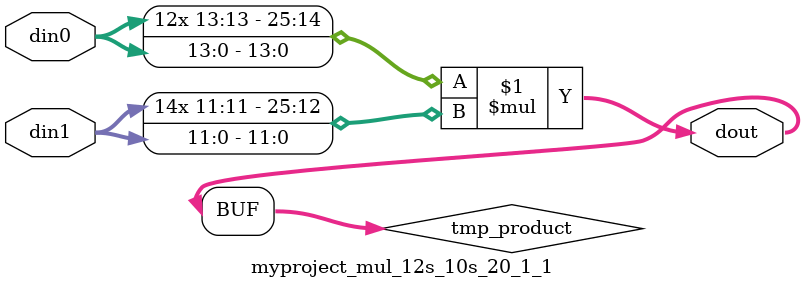
<source format=v>

`timescale 1 ns / 1 ps

 module myproject_mul_12s_10s_20_1_1(din0, din1, dout);
parameter ID = 1;
parameter NUM_STAGE = 0;
parameter din0_WIDTH = 14;
parameter din1_WIDTH = 12;
parameter dout_WIDTH = 26;

input [din0_WIDTH - 1 : 0] din0; 
input [din1_WIDTH - 1 : 0] din1; 
output [dout_WIDTH - 1 : 0] dout;

wire signed [dout_WIDTH - 1 : 0] tmp_product;



























assign tmp_product = $signed(din0) * $signed(din1);








assign dout = tmp_product;





















endmodule

</source>
